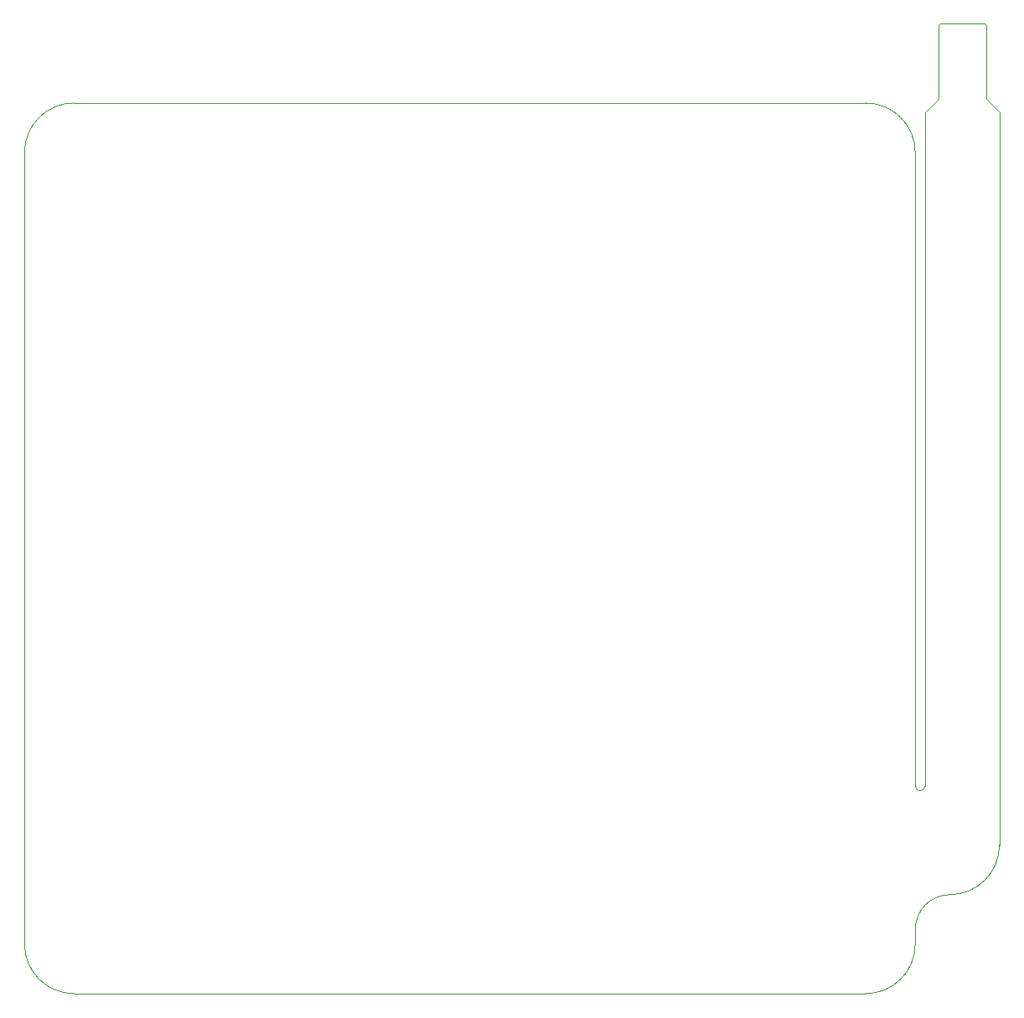
<source format=gbr>
%TF.GenerationSoftware,Altium Limited,Altium Designer,24.0.1 (36)*%
G04 Layer_Color=0*
%FSLAX25Y25*%
%MOIN*%
%TF.SameCoordinates,674ED1FF-067C-45DD-8C41-4F82C3FA2B26*%
%TF.FilePolarity,Positive*%
%TF.FileFunction,Profile,NP*%
%TF.Part,Single*%
G01*
G75*
%TA.AperFunction,Profile*%
%ADD92C,0.00100*%
D92*
X0Y19685D02*
G03*
X19685Y0I19685J0D01*
G01*
X334646Y0D01*
D02*
G03*
X354331Y19685I0J19685D01*
G01*
Y25591D01*
D02*
G02*
X368110Y39370I13780J0D01*
G01*
D02*
G03*
X387795Y59055I0J19685D01*
G01*
X387795Y350787D01*
X382480Y356102D01*
X382480Y385236D01*
X381890Y385827D01*
X364173Y385827D01*
X363582Y385236D01*
X363582Y356102D01*
X358267Y350787D01*
X358267Y82677D01*
D02*
G02*
X356299Y80709I-1968J-0D01*
G01*
D02*
G02*
X354331Y82677I0J1969D01*
G01*
Y334646D01*
D02*
G03*
X334646Y354331I-19685J0D01*
G01*
X19685D01*
D02*
G03*
X0Y334646I0J-19685D01*
G01*
X0Y19685D01*
%TF.MD5,6b32b69fbfe2e4e2590d4b5ca780bac7*%
M02*

</source>
